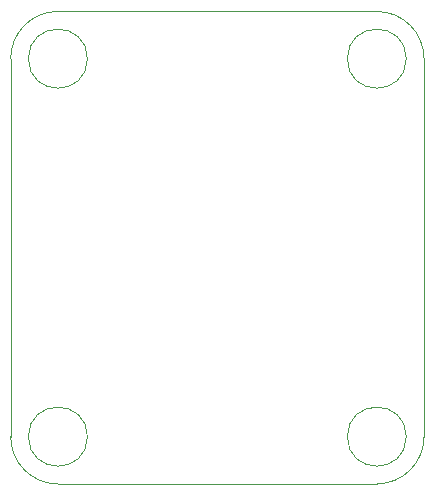
<source format=gbr>
%TF.GenerationSoftware,KiCad,Pcbnew,9.0.6*%
%TF.CreationDate,2026-02-18T16:24:27-08:00*%
%TF.ProjectId,sensor_ppg,73656e73-6f72-45f7-9070-672e6b696361,rev?*%
%TF.SameCoordinates,Original*%
%TF.FileFunction,Profile,NP*%
%FSLAX46Y46*%
G04 Gerber Fmt 4.6, Leading zero omitted, Abs format (unit mm)*
G04 Created by KiCad (PCBNEW 9.0.6) date 2026-02-18 16:24:27*
%MOMM*%
%LPD*%
G01*
G04 APERTURE LIST*
%TA.AperFunction,Profile*%
%ADD10C,0.050000*%
%TD*%
G04 APERTURE END LIST*
D10*
X138500000Y-101000000D02*
G75*
G02*
X133500000Y-101000000I-2500000J0D01*
G01*
X133500000Y-101000000D02*
G75*
G02*
X138500000Y-101000000I2500000J0D01*
G01*
X111500000Y-101000000D02*
G75*
G02*
X106500000Y-101000000I-2500000J0D01*
G01*
X106500000Y-101000000D02*
G75*
G02*
X111500000Y-101000000I2500000J0D01*
G01*
X111500000Y-69000000D02*
G75*
G02*
X106500000Y-69000000I-2500000J0D01*
G01*
X106500000Y-69000000D02*
G75*
G02*
X111500000Y-69000000I2500000J0D01*
G01*
X138500000Y-69000000D02*
G75*
G02*
X133500000Y-69000000I-2500000J0D01*
G01*
X133500000Y-69000000D02*
G75*
G02*
X138500000Y-69000000I2500000J0D01*
G01*
X109000000Y-105000000D02*
G75*
G02*
X105000000Y-101000000I0J4000000D01*
G01*
X140000000Y-101000000D02*
G75*
G02*
X136000000Y-105000000I-4000000J0D01*
G01*
X136000000Y-65000000D02*
G75*
G02*
X140000000Y-69000000I0J-4000000D01*
G01*
X105000000Y-69000000D02*
G75*
G02*
X109000000Y-65000000I4000000J0D01*
G01*
X109000000Y-65000000D02*
X136000000Y-65000000D01*
X105000000Y-101000000D02*
X105000000Y-69000000D01*
X136000000Y-105000000D02*
X109000000Y-105000000D01*
X140000000Y-69000000D02*
X140000000Y-101000000D01*
M02*

</source>
